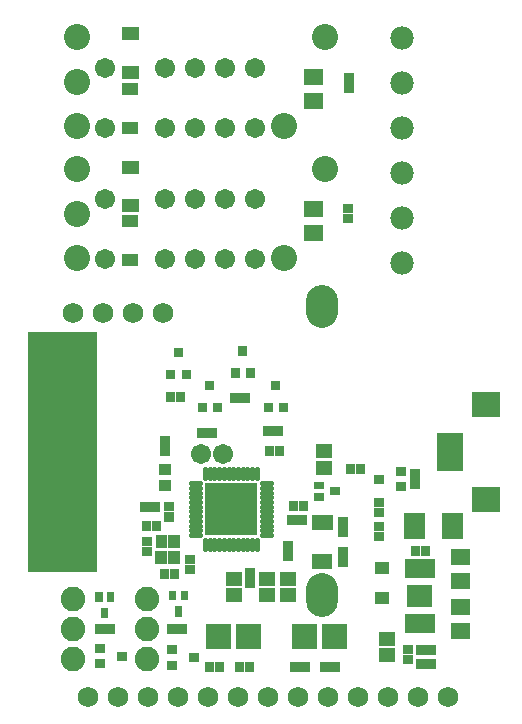
<source format=gts>
G04 Layer: TopSolderMaskLayer*
G04 EasyEDA v6.3.22, 2020-02-01T14:25:23+03:00*
G04 de8c743d1f944906aa5e958e3f35c1be,ca54920fb7ea4c169f3d1b618bee327e,10*
G04 Gerber Generator version 0.2*
G04 Scale: 100 percent, Rotated: No, Reflected: No *
G04 Dimensions in inches *
G04 leading zeros omitted , absolute positions ,2 integer and 4 decimal *
%FSLAX24Y24*%
%MOIN*%
G90*
G70D02*

%ADD56C,0.016661*%
%ADD57C,0.106425*%
%ADD62C,0.068000*%
%ADD63R,0.056000X0.043800*%
%ADD65C,0.082000*%
%ADD80C,0.067055*%
%ADD83C,0.086740*%
%ADD84C,0.078000*%

%LPD*%
G54D56*
G01X7615Y8777D02*
G01X7615Y9084D01*
G01X7459Y8777D02*
G01X7459Y9084D01*
G01X7302Y8777D02*
G01X7302Y9084D01*
G01X7143Y8777D02*
G01X7143Y9084D01*
G01X6986Y8777D02*
G01X6986Y9084D01*
G01X6828Y8777D02*
G01X6828Y9084D01*
G01X6672Y8777D02*
G01X6672Y9084D01*
G01X6514Y8777D02*
G01X6514Y9084D01*
G01X6356Y8777D02*
G01X6356Y9084D01*
G01X6198Y8777D02*
G01X6198Y9084D01*
G01X6042Y8777D02*
G01X6042Y9084D01*
G01X5884Y8777D02*
G01X5884Y9084D01*
G01X5884Y6721D02*
G01X5884Y6414D01*
G01X6042Y6721D02*
G01X6042Y6414D01*
G01X6198Y6721D02*
G01X6198Y6414D01*
G01X6356Y6721D02*
G01X6356Y6414D01*
G01X6514Y6721D02*
G01X6514Y6414D01*
G01X6672Y6721D02*
G01X6672Y6414D01*
G01X6828Y6721D02*
G01X6828Y6414D01*
G01X6986Y6721D02*
G01X6986Y6414D01*
G01X7143Y6721D02*
G01X7143Y6414D01*
G01X7302Y6721D02*
G01X7302Y6414D01*
G01X7459Y6721D02*
G01X7459Y6414D01*
G01X7615Y6721D02*
G01X7615Y6414D01*
G01X5722Y6882D02*
G01X5415Y6882D01*
G01X5722Y7040D02*
G01X5415Y7040D01*
G01X5722Y7198D02*
G01X5415Y7198D01*
G01X5722Y7355D02*
G01X5415Y7355D01*
G01X5722Y7513D02*
G01X5415Y7513D01*
G01X5722Y7671D02*
G01X5415Y7671D01*
G01X5722Y7828D02*
G01X5415Y7828D01*
G01X5722Y7986D02*
G01X5415Y7986D01*
G01X5722Y8142D02*
G01X5415Y8142D01*
G01X5722Y8301D02*
G01X5415Y8301D01*
G01X5722Y8457D02*
G01X5415Y8457D01*
G01X5722Y8615D02*
G01X5415Y8615D01*
G01X7778Y8615D02*
G01X8085Y8615D01*
G01X7778Y8457D02*
G01X8085Y8457D01*
G01X7778Y8301D02*
G01X8085Y8301D01*
G01X7778Y8142D02*
G01X8085Y8142D01*
G01X7778Y7986D02*
G01X8085Y7986D01*
G01X7778Y7828D02*
G01X8085Y7828D01*
G01X7778Y7671D02*
G01X8085Y7671D01*
G01X7778Y7513D02*
G01X8085Y7513D01*
G01X7778Y7355D02*
G01X8085Y7355D01*
G01X7778Y7198D02*
G01X8085Y7198D01*
G01X7778Y7040D02*
G01X8085Y7040D01*
G01X7778Y6882D02*
G01X8085Y6882D01*
G54D57*
G01X9800Y14696D02*
G01X9800Y14303D01*
G01X9800Y5096D02*
G01X9800Y4703D01*
G36*
G01X4668Y5911D02*
G01X4668Y6346D01*
G01X5063Y6346D01*
G01X5063Y5911D01*
G01X4668Y5911D01*
G37*
G36*
G01X4668Y6457D02*
G01X4668Y6892D01*
G01X5063Y6892D01*
G01X5063Y6457D01*
G01X4668Y6457D01*
G37*
G36*
G01X4238Y6457D02*
G01X4238Y6892D01*
G01X4632Y6892D01*
G01X4632Y6457D01*
G01X4238Y6457D01*
G37*
G36*
G01X4236Y5907D02*
G01X4236Y6342D01*
G01X4631Y6342D01*
G01X4631Y5907D01*
G01X4236Y5907D01*
G37*
G36*
G01X3781Y6509D02*
G01X3781Y6825D01*
G01X4118Y6825D01*
G01X4118Y6509D01*
G01X3781Y6509D01*
G37*
G36*
G01X3781Y6175D02*
G01X3781Y6490D01*
G01X4118Y6490D01*
G01X4118Y6175D01*
G01X3781Y6175D01*
G37*
G36*
G01X10331Y7159D02*
G01X10331Y7475D01*
G01X10668Y7475D01*
G01X10668Y7159D01*
G01X10331Y7159D01*
G37*
G36*
G01X10331Y6825D02*
G01X10331Y7140D01*
G01X10668Y7140D01*
G01X10668Y6825D01*
G01X10331Y6825D01*
G37*
G36*
G01X10331Y5825D02*
G01X10331Y6140D01*
G01X10668Y6140D01*
G01X10668Y5825D01*
G01X10331Y5825D01*
G37*
G36*
G01X10331Y6159D02*
G01X10331Y6475D01*
G01X10668Y6475D01*
G01X10668Y6159D01*
G01X10331Y6159D01*
G37*
G36*
G01X9469Y7061D02*
G01X9469Y7536D01*
G01X10150Y7536D01*
G01X10150Y7061D01*
G01X9469Y7061D01*
G37*
G36*
G01X9450Y5763D02*
G01X9450Y6238D01*
G01X10130Y6238D01*
G01X10130Y5763D01*
G01X9450Y5763D01*
G37*
G36*
G01X4531Y7334D02*
G01X4531Y7651D01*
G01X4868Y7651D01*
G01X4868Y7334D01*
G01X4531Y7334D01*
G37*
G36*
G01X4531Y7669D02*
G01X4531Y7984D01*
G01X4868Y7984D01*
G01X4868Y7669D01*
G01X4531Y7669D01*
G37*
G36*
G01X3775Y7032D02*
G01X3775Y7367D01*
G01X4090Y7367D01*
G01X4090Y7032D01*
G01X3775Y7032D01*
G37*
G36*
G01X4109Y7032D02*
G01X4109Y7367D01*
G01X4425Y7367D01*
G01X4425Y7032D01*
G01X4109Y7032D01*
G37*
G36*
G01X7231Y5459D02*
G01X7231Y5775D01*
G01X7568Y5775D01*
G01X7568Y5459D01*
G01X7231Y5459D01*
G37*
G36*
G01X7231Y5125D02*
G01X7231Y5440D01*
G01X7568Y5440D01*
G01X7568Y5125D01*
G01X7231Y5125D01*
G37*
G36*
G01X4709Y5432D02*
G01X4709Y5767D01*
G01X5025Y5767D01*
G01X5025Y5432D01*
G01X4709Y5432D01*
G37*
G36*
G01X4375Y5432D02*
G01X4375Y5767D01*
G01X4690Y5767D01*
G01X4690Y5432D01*
G01X4375Y5432D01*
G37*
G36*
G01X5231Y5575D02*
G01X5231Y5890D01*
G01X5568Y5890D01*
G01X5568Y5575D01*
G01X5231Y5575D01*
G37*
G36*
G01X5231Y5909D02*
G01X5231Y6225D01*
G01X5568Y6225D01*
G01X5568Y5909D01*
G01X5231Y5909D01*
G37*
G36*
G01X8209Y9532D02*
G01X8209Y9867D01*
G01X8525Y9867D01*
G01X8525Y9532D01*
G01X8209Y9532D01*
G37*
G36*
G01X7875Y9532D02*
G01X7875Y9867D01*
G01X8190Y9867D01*
G01X8190Y9532D01*
G01X7875Y9532D01*
G37*
G36*
G01X8481Y6359D02*
G01X8481Y6675D01*
G01X8818Y6675D01*
G01X8818Y6359D01*
G01X8481Y6359D01*
G37*
G36*
G01X8481Y6025D02*
G01X8481Y6340D01*
G01X8818Y6340D01*
G01X8818Y6025D01*
G01X8481Y6025D01*
G37*
G36*
G01X4061Y7661D02*
G01X4061Y7998D01*
G01X4377Y7998D01*
G01X4377Y7661D01*
G01X4061Y7661D01*
G37*
G36*
G01X3727Y7661D02*
G01X3727Y7998D01*
G01X4043Y7998D01*
G01X4043Y7661D01*
G01X3727Y7661D01*
G37*
G54D62*
G01X1500Y14300D03*
G01X2500Y14300D03*
G01X3500Y14300D03*
G01X4500Y14300D03*
G36*
G01X10531Y21959D02*
G01X10531Y22275D01*
G01X10868Y22275D01*
G01X10868Y21959D01*
G01X10531Y21959D01*
G37*
G36*
G01X10531Y21625D02*
G01X10531Y21940D01*
G01X10868Y21940D01*
G01X10868Y21625D01*
G01X10531Y21625D01*
G37*
G36*
G01X10481Y17609D02*
G01X10481Y17925D01*
G01X10818Y17925D01*
G01X10818Y17609D01*
G01X10481Y17609D01*
G37*
G36*
G01X10481Y17275D02*
G01X10481Y17590D01*
G01X10818Y17590D01*
G01X10818Y17275D01*
G01X10481Y17275D01*
G37*
G36*
G01X10575Y8932D02*
G01X10575Y9267D01*
G01X10890Y9267D01*
G01X10890Y8932D01*
G01X10575Y8932D01*
G37*
G36*
G01X10909Y8932D02*
G01X10909Y9267D01*
G01X11225Y9267D01*
G01X11225Y8932D01*
G01X10909Y8932D01*
G37*
G36*
G01X3119Y23371D02*
G01X3119Y23809D01*
G01X3680Y23809D01*
G01X3680Y23371D01*
G01X3119Y23371D01*
G37*
G36*
G01X3119Y22090D02*
G01X3119Y22528D01*
G01X3680Y22528D01*
G01X3680Y22090D01*
G01X3119Y22090D01*
G37*
G54D63*
G01X3400Y20459D03*
G01X3400Y21740D03*
G36*
G01X3119Y18921D02*
G01X3119Y19359D01*
G01X3680Y19359D01*
G01X3680Y18921D01*
G01X3119Y18921D01*
G37*
G36*
G01X3119Y17640D02*
G01X3119Y18078D01*
G01X3680Y18078D01*
G01X3680Y17640D01*
G01X3119Y17640D01*
G37*
G01X3400Y16059D03*
G01X3400Y17340D03*
G36*
G01X7002Y12855D02*
G01X7002Y13171D01*
G01X7298Y13171D01*
G01X7298Y12855D01*
G01X7002Y12855D01*
G37*
G36*
G01X7261Y12128D02*
G01X7261Y12444D01*
G01X7559Y12444D01*
G01X7559Y12128D01*
G01X7261Y12128D01*
G37*
G36*
G01X6742Y12128D02*
G01X6742Y12444D01*
G01X7039Y12444D01*
G01X7039Y12128D01*
G01X6742Y12128D01*
G37*
G36*
G01X8102Y11705D02*
G01X8102Y12021D01*
G01X8398Y12021D01*
G01X8398Y11705D01*
G01X8102Y11705D01*
G37*
G36*
G01X8361Y10978D02*
G01X8361Y11294D01*
G01X8659Y11294D01*
G01X8659Y10978D01*
G01X8361Y10978D01*
G37*
G36*
G01X7842Y10978D02*
G01X7842Y11294D01*
G01X8139Y11294D01*
G01X8139Y10978D01*
G01X7842Y10978D01*
G37*
G36*
G01X4852Y12805D02*
G01X4852Y13121D01*
G01X5148Y13121D01*
G01X5148Y12805D01*
G01X4852Y12805D01*
G37*
G36*
G01X5111Y12078D02*
G01X5111Y12394D01*
G01X5409Y12394D01*
G01X5409Y12078D01*
G01X5111Y12078D01*
G37*
G36*
G01X4592Y12078D02*
G01X4592Y12394D01*
G01X4889Y12394D01*
G01X4889Y12078D01*
G01X4592Y12078D01*
G37*
G36*
G01X5902Y11705D02*
G01X5902Y12021D01*
G01X6198Y12021D01*
G01X6198Y11705D01*
G01X5902Y11705D01*
G37*
G36*
G01X6161Y10978D02*
G01X6161Y11294D01*
G01X6459Y11294D01*
G01X6459Y10978D01*
G01X6161Y10978D01*
G37*
G36*
G01X5642Y10978D02*
G01X5642Y11294D01*
G01X5939Y11294D01*
G01X5939Y10978D01*
G01X5642Y10978D01*
G37*
G54D65*
G01X1500Y2750D03*
G01X1500Y3750D03*
G01X1500Y4750D03*
G36*
G01X2431Y4105D02*
G01X2431Y4461D01*
G01X2668Y4461D01*
G01X2668Y4105D01*
G01X2431Y4105D01*
G37*
G36*
G01X2627Y4657D02*
G01X2627Y4973D01*
G01X2865Y4973D01*
G01X2865Y4657D01*
G01X2627Y4657D01*
G37*
G36*
G01X2234Y4657D02*
G01X2234Y4973D01*
G01X2472Y4973D01*
G01X2472Y4657D01*
G01X2234Y4657D01*
G37*
G01X3950Y2750D03*
G01X3950Y3750D03*
G01X3950Y4750D03*
G36*
G01X4881Y4155D02*
G01X4881Y4511D01*
G01X5118Y4511D01*
G01X5118Y4155D01*
G01X4881Y4155D01*
G37*
G36*
G01X5077Y4707D02*
G01X5077Y5023D01*
G01X5315Y5023D01*
G01X5315Y4707D01*
G01X5077Y4707D01*
G37*
G36*
G01X4684Y4707D02*
G01X4684Y5023D01*
G01X4922Y5023D01*
G01X4922Y4707D01*
G01X4684Y4707D01*
G37*
G54D62*
G01X2000Y1500D03*
G01X3000Y1500D03*
G01X4000Y1500D03*
G01X5000Y1500D03*
G01X6000Y1500D03*
G01X7000Y1500D03*
G01X8000Y1500D03*
G01X9000Y1500D03*
G01X10000Y1500D03*
G01X11000Y1500D03*
G01X12000Y1500D03*
G01X13000Y1500D03*
G01X14000Y1500D03*
G36*
G01X13344Y5450D02*
G01X13344Y6080D01*
G01X13544Y6080D01*
G01X13544Y5450D01*
G01X13344Y5450D01*
G37*
G36*
G01X13144Y5450D02*
G01X13144Y6080D01*
G01X13344Y6080D01*
G01X13344Y5450D01*
G01X13144Y5450D01*
G37*
G36*
G01X12944Y5450D02*
G01X12944Y6080D01*
G01X13144Y6080D01*
G01X13144Y5450D01*
G01X12944Y5450D01*
G37*
G36*
G01X12755Y5450D02*
G01X12755Y6080D01*
G01X12955Y6080D01*
G01X12955Y5450D01*
G01X12755Y5450D01*
G37*
G36*
G01X12555Y5450D02*
G01X12555Y6080D01*
G01X12755Y6080D01*
G01X12755Y5450D01*
G01X12555Y5450D01*
G37*
G36*
G01X12555Y3619D02*
G01X12555Y4250D01*
G01X12755Y4250D01*
G01X12755Y3619D01*
G01X12555Y3619D01*
G37*
G36*
G01X12755Y3619D02*
G01X12755Y4250D01*
G01X12955Y4250D01*
G01X12955Y3619D01*
G01X12755Y3619D01*
G37*
G36*
G01X12944Y3619D02*
G01X12944Y4250D01*
G01X13144Y4250D01*
G01X13144Y3619D01*
G01X12944Y3619D01*
G37*
G36*
G01X13144Y3619D02*
G01X13144Y4250D01*
G01X13344Y4250D01*
G01X13344Y3619D01*
G01X13144Y3619D01*
G37*
G36*
G01X13344Y3619D02*
G01X13344Y4250D01*
G01X13544Y4250D01*
G01X13544Y3619D01*
G01X13344Y3619D01*
G37*
G36*
G01X12635Y4484D02*
G01X12635Y5226D01*
G01X13455Y5226D01*
G01X13455Y4484D01*
G01X12635Y4484D01*
G37*
G36*
G01X12514Y6765D02*
G01X12514Y7634D01*
G01X13225Y7634D01*
G01X13225Y6765D01*
G01X12514Y6765D01*
G37*
G36*
G01X13775Y6765D02*
G01X13775Y7634D01*
G01X14485Y7634D01*
G01X14485Y6765D01*
G01X13775Y6765D01*
G37*
G36*
G01X12744Y6182D02*
G01X12744Y6517D01*
G01X13060Y6517D01*
G01X13060Y6182D01*
G01X12744Y6182D01*
G37*
G36*
G01X13078Y6182D02*
G01X13078Y6517D01*
G01X13394Y6517D01*
G01X13394Y6182D01*
G01X13078Y6182D01*
G37*
G36*
G01X13259Y2882D02*
G01X13259Y3217D01*
G01X13575Y3217D01*
G01X13575Y2882D01*
G01X13259Y2882D01*
G37*
G36*
G01X12925Y2882D02*
G01X12925Y3217D01*
G01X13240Y3217D01*
G01X13240Y2882D01*
G01X12925Y2882D01*
G37*
G36*
G01X13259Y2432D02*
G01X13259Y2767D01*
G01X13575Y2767D01*
G01X13575Y2432D01*
G01X13259Y2432D01*
G37*
G36*
G01X12925Y2432D02*
G01X12925Y2767D01*
G01X13240Y2767D01*
G01X13240Y2432D01*
G01X12925Y2432D01*
G37*
G36*
G01X12481Y2909D02*
G01X12481Y3225D01*
G01X12818Y3225D01*
G01X12818Y2909D01*
G01X12481Y2909D01*
G37*
G36*
G01X12481Y2575D02*
G01X12481Y2890D01*
G01X12818Y2890D01*
G01X12818Y2575D01*
G01X12481Y2575D01*
G37*
G36*
G01X10038Y8230D02*
G01X10038Y8469D01*
G01X10393Y8469D01*
G01X10393Y8230D01*
G01X10038Y8230D01*
G37*
G36*
G01X9526Y8428D02*
G01X9526Y8665D01*
G01X9842Y8665D01*
G01X9842Y8428D01*
G01X9526Y8428D01*
G37*
G36*
G01X9526Y8034D02*
G01X9526Y8271D01*
G01X9842Y8271D01*
G01X9842Y8034D01*
G01X9526Y8034D01*
G37*
G36*
G01X11527Y8601D02*
G01X11527Y8898D01*
G01X11843Y8898D01*
G01X11843Y8601D01*
G01X11527Y8601D01*
G37*
G36*
G01X12256Y8861D02*
G01X12256Y9157D01*
G01X12572Y9157D01*
G01X12572Y8861D01*
G01X12256Y8861D01*
G37*
G36*
G01X12256Y8342D02*
G01X12256Y8638D01*
G01X12572Y8638D01*
G01X12572Y8342D01*
G01X12256Y8342D01*
G37*
G36*
G01X11531Y7809D02*
G01X11531Y8125D01*
G01X11868Y8125D01*
G01X11868Y7809D01*
G01X11531Y7809D01*
G37*
G36*
G01X11531Y7475D02*
G01X11531Y7790D01*
G01X11868Y7790D01*
G01X11868Y7475D01*
G01X11531Y7475D01*
G37*
G36*
G01X11531Y7009D02*
G01X11531Y7325D01*
G01X11868Y7325D01*
G01X11868Y7009D01*
G01X11531Y7009D01*
G37*
G36*
G01X11531Y6675D02*
G01X11531Y6990D01*
G01X11868Y6990D01*
G01X11868Y6675D01*
G01X11531Y6675D01*
G37*
G36*
G01X6875Y2332D02*
G01X6875Y2667D01*
G01X7190Y2667D01*
G01X7190Y2332D01*
G01X6875Y2332D01*
G37*
G36*
G01X7209Y2332D02*
G01X7209Y2667D01*
G01X7525Y2667D01*
G01X7525Y2332D01*
G01X7209Y2332D01*
G37*
G36*
G01X9725Y2332D02*
G01X9725Y2667D01*
G01X10040Y2667D01*
G01X10040Y2332D01*
G01X9725Y2332D01*
G37*
G36*
G01X10059Y2332D02*
G01X10059Y2667D01*
G01X10375Y2667D01*
G01X10375Y2332D01*
G01X10059Y2332D01*
G37*
G36*
G01X9059Y2332D02*
G01X9059Y2667D01*
G01X9375Y2667D01*
G01X9375Y2332D01*
G01X9059Y2332D01*
G37*
G36*
G01X8725Y2332D02*
G01X8725Y2667D01*
G01X9040Y2667D01*
G01X9040Y2332D01*
G01X8725Y2332D01*
G37*
G36*
G01X6209Y2332D02*
G01X6209Y2667D01*
G01X6525Y2667D01*
G01X6525Y2332D01*
G01X6209Y2332D01*
G37*
G36*
G01X5875Y2332D02*
G01X5875Y2667D01*
G01X6190Y2667D01*
G01X6190Y2332D01*
G01X5875Y2332D01*
G37*
G36*
G01X4959Y3582D02*
G01X4959Y3917D01*
G01X5275Y3917D01*
G01X5275Y3582D01*
G01X4959Y3582D01*
G37*
G36*
G01X4625Y3582D02*
G01X4625Y3917D01*
G01X4940Y3917D01*
G01X4940Y3582D01*
G01X4625Y3582D01*
G37*
G36*
G01X5930Y3080D02*
G01X5930Y3919D01*
G01X6769Y3919D01*
G01X6769Y3080D01*
G01X5930Y3080D01*
G37*
G36*
G01X6930Y3080D02*
G01X6930Y3919D01*
G01X7769Y3919D01*
G01X7769Y3080D01*
G01X6930Y3080D01*
G37*
G36*
G01X8780Y3080D02*
G01X8780Y3919D01*
G01X9619Y3919D01*
G01X9619Y3080D01*
G01X8780Y3080D01*
G37*
G36*
G01X9780Y3080D02*
G01X9780Y3919D01*
G01X10619Y3919D01*
G01X10619Y3080D01*
G01X9780Y3080D01*
G37*
G36*
G01X5882Y6882D02*
G01X5882Y8615D01*
G01X7617Y8615D01*
G01X7617Y6882D01*
G01X5882Y6882D01*
G37*
G36*
G01X12731Y8759D02*
G01X12731Y9075D01*
G01X13068Y9075D01*
G01X13068Y8759D01*
G01X12731Y8759D01*
G37*
G36*
G01X12731Y8425D02*
G01X12731Y8740D01*
G01X13068Y8740D01*
G01X13068Y8425D01*
G01X12731Y8425D01*
G37*
G36*
G01X2559Y3582D02*
G01X2559Y3917D01*
G01X2875Y3917D01*
G01X2875Y3582D01*
G01X2559Y3582D01*
G37*
G36*
G01X2225Y3582D02*
G01X2225Y3917D01*
G01X2540Y3917D01*
G01X2540Y3582D01*
G01X2225Y3582D01*
G37*
G36*
G01X7825Y10182D02*
G01X7825Y10517D01*
G01X8140Y10517D01*
G01X8140Y10182D01*
G01X7825Y10182D01*
G37*
G36*
G01X8159Y10182D02*
G01X8159Y10517D01*
G01X8475Y10517D01*
G01X8475Y10182D01*
G01X8159Y10182D01*
G37*
G36*
G01X4575Y11332D02*
G01X4575Y11667D01*
G01X4890Y11667D01*
G01X4890Y11332D01*
G01X4575Y11332D01*
G37*
G36*
G01X4909Y11332D02*
G01X4909Y11667D01*
G01X5225Y11667D01*
G01X5225Y11332D01*
G01X4909Y11332D01*
G37*
G36*
G01X2956Y2701D02*
G01X2956Y2998D01*
G01X3272Y2998D01*
G01X3272Y2701D01*
G01X2956Y2701D01*
G37*
G36*
G01X2227Y2442D02*
G01X2227Y2738D01*
G01X2543Y2738D01*
G01X2543Y2442D01*
G01X2227Y2442D01*
G37*
G36*
G01X2227Y2961D02*
G01X2227Y3257D01*
G01X2543Y3257D01*
G01X2543Y2961D01*
G01X2227Y2961D01*
G37*
G36*
G01X6725Y11282D02*
G01X6725Y11617D01*
G01X7040Y11617D01*
G01X7040Y11282D01*
G01X6725Y11282D01*
G37*
G36*
G01X7059Y11282D02*
G01X7059Y11617D01*
G01X7375Y11617D01*
G01X7375Y11282D01*
G01X7059Y11282D01*
G37*
G36*
G01X5356Y2651D02*
G01X5356Y2948D01*
G01X5672Y2948D01*
G01X5672Y2651D01*
G01X5356Y2651D01*
G37*
G36*
G01X4627Y2392D02*
G01X4627Y2688D01*
G01X4943Y2688D01*
G01X4943Y2392D01*
G01X4627Y2392D01*
G37*
G36*
G01X4627Y2911D02*
G01X4627Y3207D01*
G01X4943Y3207D01*
G01X4943Y2911D01*
G01X4627Y2911D01*
G37*
G36*
G01X5625Y10132D02*
G01X5625Y10467D01*
G01X5940Y10467D01*
G01X5940Y10132D01*
G01X5625Y10132D01*
G37*
G36*
G01X5959Y10132D02*
G01X5959Y10467D01*
G01X6275Y10467D01*
G01X6275Y10132D01*
G01X5959Y10132D01*
G37*
G36*
G01X4352Y8346D02*
G01X4352Y8723D01*
G01X4747Y8723D01*
G01X4747Y8346D01*
G01X4352Y8346D01*
G37*
G36*
G01X4352Y8876D02*
G01X4352Y9253D01*
G01X4747Y9253D01*
G01X4747Y8876D01*
G01X4352Y8876D01*
G37*
G36*
G01X4381Y9859D02*
G01X4381Y10175D01*
G01X4718Y10175D01*
G01X4718Y9859D01*
G01X4381Y9859D01*
G37*
G36*
G01X4381Y9525D02*
G01X4381Y9840D01*
G01X4718Y9840D01*
G01X4718Y9525D01*
G01X4381Y9525D01*
G37*
G36*
G01X11563Y5601D02*
G01X11563Y5996D01*
G01X12036Y5996D01*
G01X12036Y5601D01*
G01X11563Y5601D01*
G37*
G36*
G01X11563Y4601D02*
G01X11563Y4996D01*
G01X12036Y4996D01*
G01X12036Y4601D01*
G01X11563Y4601D01*
G37*
G36*
G01X8393Y4638D02*
G01X8393Y5111D01*
G01X8906Y5111D01*
G01X8906Y4638D01*
G01X8393Y4638D01*
G37*
G36*
G01X8393Y5188D02*
G01X8393Y5661D01*
G01X8906Y5661D01*
G01X8906Y5188D01*
G01X8393Y5188D01*
G37*
G36*
G01X6593Y5188D02*
G01X6593Y5661D01*
G01X7106Y5661D01*
G01X7106Y5188D01*
G01X6593Y5188D01*
G37*
G36*
G01X6593Y4638D02*
G01X6593Y5111D01*
G01X7106Y5111D01*
G01X7106Y4638D01*
G01X6593Y4638D01*
G37*
G36*
G01X7693Y5188D02*
G01X7693Y5661D01*
G01X8206Y5661D01*
G01X8206Y5188D01*
G01X7693Y5188D01*
G37*
G36*
G01X7693Y4638D02*
G01X7693Y5111D01*
G01X8206Y5111D01*
G01X8206Y4638D01*
G01X7693Y4638D01*
G37*
G36*
G01X9175Y21882D02*
G01X9175Y22417D01*
G01X9826Y22417D01*
G01X9826Y21882D01*
G01X9175Y21882D01*
G37*
G36*
G01X9175Y21082D02*
G01X9175Y21617D01*
G01X9826Y21617D01*
G01X9826Y21082D01*
G01X9175Y21082D01*
G37*
G36*
G01X9175Y17482D02*
G01X9175Y18017D01*
G01X9826Y18017D01*
G01X9826Y17482D01*
G01X9175Y17482D01*
G37*
G36*
G01X9175Y16682D02*
G01X9175Y17217D01*
G01X9826Y17217D01*
G01X9826Y16682D01*
G01X9175Y16682D01*
G37*
G36*
G01X9593Y8888D02*
G01X9593Y9361D01*
G01X10106Y9361D01*
G01X10106Y8888D01*
G01X9593Y8888D01*
G37*
G36*
G01X9593Y9438D02*
G01X9593Y9911D01*
G01X10106Y9911D01*
G01X10106Y9438D01*
G01X9593Y9438D01*
G37*
G36*
G01X14075Y3432D02*
G01X14075Y3967D01*
G01X14726Y3967D01*
G01X14726Y3432D01*
G01X14075Y3432D01*
G37*
G36*
G01X14075Y4232D02*
G01X14075Y4767D01*
G01X14726Y4767D01*
G01X14726Y4232D01*
G01X14075Y4232D01*
G37*
G36*
G01X14075Y5082D02*
G01X14075Y5617D01*
G01X14726Y5617D01*
G01X14726Y5082D01*
G01X14075Y5082D01*
G37*
G36*
G01X14075Y5882D02*
G01X14075Y6417D01*
G01X14726Y6417D01*
G01X14726Y5882D01*
G01X14075Y5882D01*
G37*
G36*
G01X11693Y3188D02*
G01X11693Y3661D01*
G01X12206Y3661D01*
G01X12206Y3188D01*
G01X11693Y3188D01*
G37*
G36*
G01X11693Y2638D02*
G01X11693Y3111D01*
G01X12206Y3111D01*
G01X12206Y2638D01*
G01X11693Y2638D01*
G37*
G54D80*
G01X6500Y9600D03*
G01X5750Y9600D03*
G36*
G01X13611Y10032D02*
G01X13611Y10290D01*
G01X14480Y10290D01*
G01X14480Y10032D01*
G01X13611Y10032D01*
G37*
G36*
G01X13611Y9776D02*
G01X13611Y10034D01*
G01X14480Y10034D01*
G01X14480Y9776D01*
G01X13611Y9776D01*
G37*
G36*
G01X13611Y9521D02*
G01X13611Y9778D01*
G01X14480Y9778D01*
G01X14480Y9521D01*
G01X13611Y9521D01*
G37*
G36*
G01X13611Y9265D02*
G01X13611Y9523D01*
G01X14480Y9523D01*
G01X14480Y9265D01*
G01X13611Y9265D01*
G37*
G36*
G01X13611Y9009D02*
G01X13611Y9267D01*
G01X14480Y9267D01*
G01X14480Y9009D01*
G01X13611Y9009D01*
G37*
G36*
G01X14801Y10811D02*
G01X14801Y11638D01*
G01X15707Y11638D01*
G01X15707Y10811D01*
G01X14801Y10811D01*
G37*
G36*
G01X14801Y7661D02*
G01X14801Y8488D01*
G01X15707Y8488D01*
G01X15707Y7661D01*
G01X14801Y7661D01*
G37*
G36*
G01X8675Y7682D02*
G01X8675Y8017D01*
G01X8990Y8017D01*
G01X8990Y7682D01*
G01X8675Y7682D01*
G37*
G36*
G01X9009Y7682D02*
G01X9009Y8017D01*
G01X9325Y8017D01*
G01X9325Y7682D01*
G01X9009Y7682D01*
G37*
G36*
G01X8625Y7232D02*
G01X8625Y7567D01*
G01X8940Y7567D01*
G01X8940Y7232D01*
G01X8625Y7232D01*
G37*
G36*
G01X8959Y7232D02*
G01X8959Y7567D01*
G01X9275Y7567D01*
G01X9275Y7232D01*
G01X8959Y7232D01*
G37*
G54D83*
G01X8506Y16123D03*
G01X1615Y19076D03*
G01X1615Y17600D03*
G01X1615Y16123D03*
G01X9884Y19076D03*
G01X8506Y20523D03*
G01X1615Y23476D03*
G01X1615Y22000D03*
G01X1615Y20523D03*
G01X9884Y23476D03*
G54D80*
G01X2550Y22450D03*
G01X4550Y22450D03*
G01X5550Y22450D03*
G01X6550Y22450D03*
G01X6550Y20450D03*
G01X5550Y20450D03*
G01X4550Y20450D03*
G01X2550Y20450D03*
G01X7550Y22450D03*
G01X7550Y20450D03*
G01X2550Y18100D03*
G01X4550Y18100D03*
G01X5550Y18100D03*
G01X6550Y18100D03*
G01X6550Y16100D03*
G01X5550Y16100D03*
G01X4550Y16100D03*
G01X2550Y16100D03*
G01X7550Y18100D03*
G01X7550Y16100D03*
G54D84*
G01X12450Y15950D03*
G01X12450Y17450D03*
G01X12450Y18950D03*
G01X12450Y20450D03*
G01X12450Y21950D03*
G01X12450Y23450D03*
G54D57*
G01X9800Y4700D03*
G01X9800Y14700D03*

%LPD*%
G36*
G01X2300Y13649D02*
G01X0Y13649D01*
G01X0Y5649D01*
G01X2300Y5649D01*
G01X2300Y13649D01*
G37*
M00*
M02*

</source>
